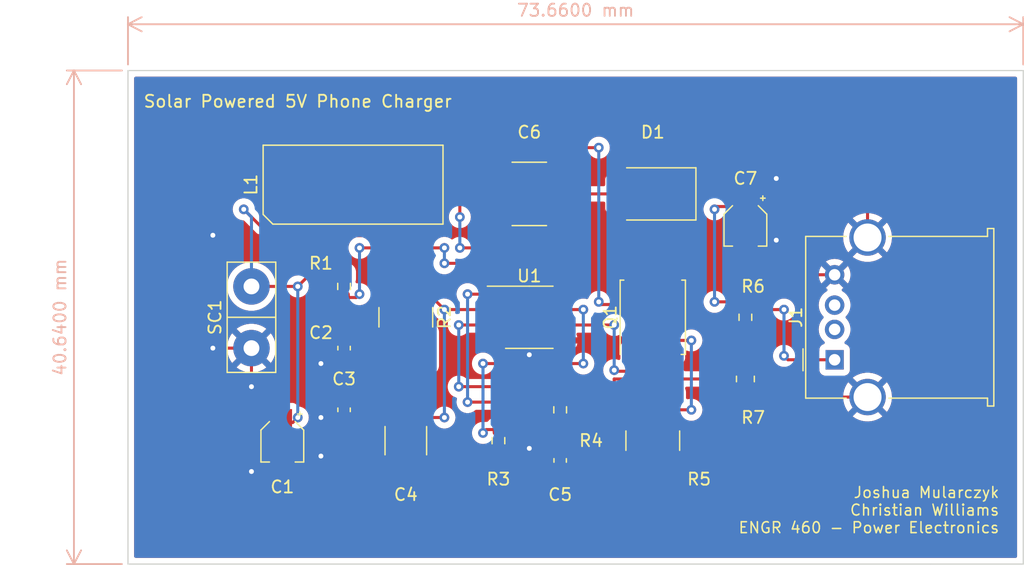
<source format=kicad_pcb>
(kicad_pcb (version 20211014) (generator pcbnew)
  (layers (0 "F.Cu" signal) (31 "B.Cu" signal) (34 "B.Paste" user) (35 "F.Paste" user) (36 "B.SilkS" user "B.Silkscreen") (37 "F.SilkS" user "F.Silkscreen") (38 "B.Mask" user) (39 "F.Mask" user) (44 "Edge.Cuts" user))
  (net 0 "")
  (net 1 "Net-(C4-Pad1)")
  (net 2 "Net-(C3-Pad1)")
  (net 3 "Net-(C5-Pad1)")
  (net 4 "GND")
  (net 5 "Net-(C1-Pad1)")
  (net 6 "Net-(C2-Pad1)")
  (net 7 "Net-(R3-Pad1)")
  (net 8 "Net-(R4-Pad1)")
  (net 9 "Net-(C7-Pad1)")
  (net 10 "Net-(R6-Pad2)")
  (net 11 "Net-(Q1-Pad4)")
  (net 12 "Net-(C6-Pad1)")
  (net 13 "Net-(C6-Pad2)")
  (footprint "SolarChargelibrary:SIP-2" (layer "F.Cu") (at 104.14 71.12 -90)
    (fp_text reference "SC1" (at 0 3 90) (layer "F.SilkS"))
    (fp_text value "Solar_Cell")
    (fp_line (start 4.54 -2) (end 4.54 2) (layer "F.SilkS") (width 0.12))
    (fp_line (start 0 -2) (end 0 2) (layer "F.SilkS") (width 0.12))
    (fp_line (start -4.54 -2) (end 4.54 -2) (layer "F.SilkS") (width 0.12))
    (fp_line (start -4.54 2) (end -4.54 -2) (layer "F.SilkS") (width 0.12))
    (fp_line (start 4.54 2) (end -4.54 2) (layer "F.SilkS") (width 0.12))
    (pad "1" thru_hole circle (at -2.54 0 270) (size 3 3) (drill 1.3) (layers *.Cu *.Mask) (net 5 "Net-(C1-Pad1)"))
    (pad "2" thru_hole circle (at 2.54 0 270) (size 3 3) (drill 1.3) (layers *.Cu *.Mask) (net 4 "GND"))
  )
  (footprint "Diode_SMD:D_SMB" (layer "F.Cu") (at 137.16 60.96 180)
    (fp_text reference "D1" (at 0 5.08) (layer "F.SilkS"))
    (fp_text value "B230")
    (fp_line (start -3.55 2.15) (end 2.15 2.15) (layer "F.SilkS") (width 0.12))
    (fp_line (start -3.55 -2.15) (end -3.55 2.15) (layer "F.SilkS") (width 0.12))
    (fp_line (start -3.55 -2.15) (end 2.15 -2.15) (layer "F.SilkS") (width 0.12))
    (pad "1" smd rect (at -2.15 0 180) (size 2.5 2.3) (layers "F.Cu" "F.Paste" "F.Mask") (net 9 "Net-(C7-Pad1)"))
    (pad "2" smd rect (at 2.15 0 180) (size 2.5 2.3) (layers "F.Cu" "F.Paste" "F.Mask") (net 13 "Net-(C6-Pad2)"))
  )
  (footprint "Package_SO:SOIC-8_3.9x4.9mm_P1.27mm" (layer "F.Cu") (at 127 71.12)
    (fp_text reference "U1" (at 0 -3.4) (layer "F.SilkS"))
    (fp_text value "LM3478MA_NOPB")
    (fp_line (start 0 2.56) (end 1.95 2.56) (layer "F.SilkS") (width 0.12))
    (fp_line (start 0 2.56) (end -1.95 2.56) (layer "F.SilkS") (width 0.12))
    (fp_line (start 0 -2.56) (end -3.45 -2.56) (layer "F.SilkS") (width 0.12))
    (fp_line (start 0 -2.56) (end 1.95 -2.56) (layer "F.SilkS") (width 0.12))
    (pad "1" smd roundrect (at -2.475 -1.905) (size 1.95 0.6) (layers "F.Cu" "F.Paste" "F.Mask") (net 8 "Net-(R4-Pad1)"))
    (pad "2" smd roundrect (at -2.475 -0.635) (size 1.95 0.6) (layers "F.Cu" "F.Paste" "F.Mask") (net 1 "Net-(C4-Pad1)"))
    (pad "3" smd roundrect (at -2.475 0.635) (size 1.95 0.6) (layers "F.Cu" "F.Paste" "F.Mask") (net 10 "Net-(R6-Pad2)"))
    (pad "4" smd roundrect (at -2.475 1.905) (size 1.95 0.6) (layers "F.Cu" "F.Paste" "F.Mask") (net 4 "GND"))
    (pad "5" smd roundrect (at 2.475 1.905) (size 1.95 0.6) (layers "F.Cu" "F.Paste" "F.Mask") (net 4 "GND"))
    (pad "6" smd roundrect (at 2.475 0.635) (size 1.95 0.6) (layers "F.Cu" "F.Paste" "F.Mask") (net 11 "Net-(Q1-Pad4)"))
    (pad "7" smd roundrect (at 2.475 -0.635) (size 1.95 0.6) (layers "F.Cu" "F.Paste" "F.Mask") (net 7 "Net-(R3-Pad1)"))
    (pad "8" smd roundrect (at 2.475 -1.905) (size 1.95 0.6) (layers "F.Cu" "F.Paste" "F.Mask") (net 6 "Net-(C2-Pad1)"))
  )
  (footprint "SolarChargelibrary:DRQ" (layer "F.Cu") (at 112.5 60.2)
    (fp_text reference "L1" (at -8.4 0 90) (layer "F.SilkS"))
    (fp_text value "10u")
    (fp_line (start -6.6 3.25) (end -7.4 2.45) (layer "F.SilkS") (width 0.12))
    (fp_line (start 7.4 -3.25) (end 7.4 3.25) (layer "F.SilkS") (width 0.12))
    (fp_line (start -7.4 2.45) (end -7.4 -3.25) (layer "F.SilkS") (width 0.12))
    (fp_line (start 7.4 3.25) (end -6.6 3.25) (layer "F.SilkS") (width 0.12))
    (fp_line (start -7.4 -3.25) (end 7.4 -3.25) (layer "F.SilkS") (width 0.12))
    (pad "1" smd rect (at -4.975 1.5) (size 3.85 2.5) (layers "F.Cu" "F.Paste" "F.Mask") (net 12 "Net-(C6-Pad1)"))
    (pad "2" smd rect (at -4.975 -1.5) (size 3.85 2.5) (layers "F.Cu" "F.Paste" "F.Mask") (net 13 "Net-(C6-Pad2)"))
    (pad "3" smd rect (at 4.975 -1.5) (size 3.85 2.5) (layers "F.Cu" "F.Paste" "F.Mask") (net 5 "Net-(C1-Pad1)"))
    (pad "4" smd rect (at 4.975 1.5) (size 3.85 2.5) (layers "F.Cu" "F.Paste" "F.Mask") (net 4 "GND"))
  )
  (footprint "Resistor_SMD:R_2816_7142Metric_Pad3.20x4.45mm_HandSolder" (layer "F.Cu") (at 116.84 71.12 -90)
    (fp_text reference "R2" (at 0 -3.18 90) (layer "F.SilkS"))
    (fp_text value "909")
    (fp_line (start -0.797369 -2.21) (end 0.797369 -2.21) (layer "F.SilkS") (width 0.12))
    (fp_line (start -0.797369 2.21) (end 0.797369 2.21) (layer "F.SilkS") (width 0.12))
    (pad "1" smd roundrect (at -2.6 0 270) (size 3.2 4.45) (layers "F.Cu" "F.Paste" "F.Mask") (roundrect_rratio 0.078125) (net 1 "Net-(C4-Pad1)"))
    (pad "2" smd roundrect (at 2.6 0 270) (size 3.2 4.45) (layers "F.Cu" "F.Paste" "F.Mask") (roundrect_rratio 0.078125) (net 2 "Net-(C3-Pad1)"))
  )
  (footprint "Resistor_SMD:R_0603_1608Metric_Pad0.98x0.95mm_HandSolder" (layer "F.Cu") (at 124.46 81.28 -90)
    (fp_text reference "R3" (at 3.175 0 180) (layer "F.SilkS"))
    (fp_text value "51.1k")
    (fp_line (start -0.254724 0.5225) (end 0.254724 0.5225) (layer "F.SilkS") (width 0.12))
    (fp_line (start -0.254724 -0.5225) (end 0.254724 -0.5225) (layer "F.SilkS") (width 0.12))
    (pad "1" smd roundrect (at -0.9125 0 270) (size 0.975 0.95) (layers "F.Cu" "F.Paste" "F.Mask") (net 7 "Net-(R3-Pad1)"))
    (pad "2" smd roundrect (at 0.9125 0 270) (size 0.975 0.95) (layers "F.Cu" "F.Paste" "F.Mask") (net 4 "GND"))
  )
  (footprint "Capacitor_SMD:C_2220_5650Metric_Pad1.97x5.40mm_HandSolder" (layer "F.Cu") (at 127 60.96)
    (fp_text reference "C6" (at 0 -5.08) (layer "F.SilkS"))
    (fp_text value "1u")
    (fp_line (start -1.415748 2.61) (end 1.415748 2.61) (layer "F.SilkS") (width 0.12))
    (fp_line (start -1.415748 -2.61) (end 1.415748 -2.61) (layer "F.SilkS") (width 0.12))
    (pad "1" smd roundrect (at -2.6375 0) (size 1.975 5.4) (layers "F.Cu" "F.Paste" "F.Mask") (roundrect_rratio 0.1265817722) (net 12 "Net-(C6-Pad1)"))
    (pad "2" smd roundrect (at 2.6375 0) (size 1.975 5.4) (layers "F.Cu" "F.Paste" "F.Mask") (roundrect_rratio 0.1265817722) (net 13 "Net-(C6-Pad2)"))
  )
  (footprint "Resistor_SMD:R_0603_1608Metric_Pad0.98x0.95mm_HandSolder" (layer "F.Cu") (at 129.54 78.74 -90)
    (fp_text reference "R4" (at 2.54 -2.54 180) (layer "F.SilkS"))
    (fp_text value "100")
    (fp_line (start -0.254724 -0.5225) (end 0.254724 -0.5225) (layer "F.SilkS") (width 0.12))
    (fp_line (start -0.254724 0.5225) (end 0.254724 0.5225) (layer "F.SilkS") (width 0.12))
    (pad "1" smd roundrect (at -0.9125 0 270) (size 0.975 0.95) (layers "F.Cu" "F.Paste" "F.Mask") (net 8 "Net-(R4-Pad1)"))
    (pad "2" smd roundrect (at 0.9125 0 270) (size 0.975 0.95) (layers "F.Cu" "F.Paste" "F.Mask") (net 3 "Net-(C5-Pad1)"))
  )
  (footprint "Capacitor_SMD:C_0603_1608Metric_Pad1.08x0.95mm_HandSolder" (layer "F.Cu") (at 111.76 78.74 -90)
    (fp_text reference "C3" (at -2.54 0 180) (layer "F.SilkS"))
    (fp_text value "82n")
    (fp_line (start -0.146267 0.51) (end 0.146267 0.51) (layer "F.SilkS") (width 0.12))
    (fp_line (start -0.146267 -0.51) (end 0.146267 -0.51) (layer "F.SilkS") (width 0.12))
    (pad "1" smd roundrect (at -0.8625 0 270) (size 1.075 0.95) (layers "F.Cu" "F.Paste" "F.Mask") (net 2 "Net-(C3-Pad1)"))
    (pad "2" smd roundrect (at 0.8625 0 270) (size 1.075 0.95) (layers "F.Cu" "F.Paste" "F.Mask") (net 4 "GND"))
  )
  (footprint "Capacitor_SMD:C_0603_1608Metric_Pad1.08x0.95mm_HandSolder" (layer "F.Cu") (at 111.76 73.66 -90)
    (fp_text reference "C2" (at -1.27 1.905 180) (layer "F.SilkS"))
    (fp_text value "100n")
    (fp_line (start -0.146267 -0.51) (end 0.146267 -0.51) (layer "F.SilkS") (width 0.12))
    (fp_line (start -0.146267 0.51) (end 0.146267 0.51) (layer "F.SilkS") (width 0.12))
    (pad "1" smd roundrect (at -0.8625 0 270) (size 1.075 0.95) (layers "F.Cu" "F.Paste" "F.Mask") (net 6 "Net-(C2-Pad1)"))
    (pad "2" smd roundrect (at 0.8625 0 270) (size 1.075 0.95) (layers "F.Cu" "F.Paste" "F.Mask") (net 4 "GND"))
  )
  (footprint "Resistor_SMD:R_0603_1608Metric_Pad0.98x0.95mm_HandSolder" (layer "F.Cu") (at 111.76 68.58 -90)
    (fp_text reference "R1" (at -1.905 1.905 180) (layer "F.SilkS"))
    (fp_text value "20")
    (fp_line (start -0.254724 0.5225) (end 0.254724 0.5225) (layer "F.SilkS") (width 0.12))
    (fp_line (start -0.254724 -0.5225) (end 0.254724 -0.5225) (layer "F.SilkS") (width 0.12))
    (pad "1" smd roundrect (at -0.9125 0 270) (size 0.975 0.95) (layers "F.Cu" "F.Paste" "F.Mask") (net 5 "Net-(C1-Pad1)"))
    (pad "2" smd roundrect (at 0.9125 0 270) (size 0.975 0.95) (layers "F.Cu" "F.Paste" "F.Mask") (net 6 "Net-(C2-Pad1)"))
  )
  (footprint "Resistor_SMD:R_0603_1608Metric_Pad0.98x0.95mm_HandSolder" (layer "F.Cu") (at 144.78 71.12 -90)
    (fp_text reference "R6" (at -2.54 -0.635 180) (layer "F.SilkS"))
    (fp_text value "29.4k")
    (fp_line (start -0.254724 0.5225) (end 0.254724 0.5225) (layer "F.SilkS") (width 0.12))
    (fp_line (start -0.254724 -0.5225) (end 0.254724 -0.5225) (layer "F.SilkS") (width 0.12))
    (pad "1" smd roundrect (at -0.9125 0 270) (size 0.975 0.95) (layers "F.Cu" "F.Paste" "F.Mask") (net 9 "Net-(C7-Pad1)"))
    (pad "2" smd roundrect (at 0.9125 0 270) (size 0.975 0.95) (layers "F.Cu" "F.Paste" "F.Mask") (net 10 "Net-(R6-Pad2)"))
  )
  (footprint "Capacitor_SMD:CP_Elec_3x5.3" (layer "F.Cu") (at 106.68 81.28 -90)
    (fp_text reference "C1" (at 3.81 0 180) (layer "F.SilkS"))
    (fp_text value "10u")
    (fp_line (start -1.570563 -1.06) (end -0.870563 -1.76) (layer "F.SilkS") (width 0.12))
    (fp_line (start 1.76 1.76) (end 1.76 1.06) (layer "F.SilkS") (width 0.12))
    (fp_line (start -2.1875 -1.6225) (end -2.1875 -1.2475) (layer "F.SilkS") (width 0.12))
    (fp_line (start -1.570563 1.06) (end -0.870563 1.76) (layer "F.SilkS") (width 0.12))
    (fp_line (start -0.870563 1.76) (end 1.76 1.76) (layer "F.SilkS") (width 0.12))
    (fp_line (start -0.870563 -1.76) (end 1.76 -1.76) (layer "F.SilkS") (width 0.12))
    (fp_line (start 1.76 -1.76) (end 1.76 -1.06) (layer "F.SilkS") (width 0.12))
    (fp_line (start -2.375 -1.435) (end -2 -1.435) (layer "F.SilkS") (width 0.12))
    (pad "1" smd rect (at -1.5 0 270) (size 2.2 1.6) (layers "F.Cu" "F.Paste" "F.Mask") (net 5 "Net-(C1-Pad1)"))
    (pad "2" smd rect (at 1.5 0 270) (size 2.2 1.6) (layers "F.Cu" "F.Paste" "F.Mask") (net 4 "GND"))
  )
  (footprint "Resistor_SMD:R_0805_2012Metric" (layer "F.Cu") (at 144.78 76.2 -90)
    (fp_text reference "R7" (at 3.175 -0.635 180) (layer "F.SilkS"))
    (fp_text value "10k")
    (fp_line (start -0.227064 0.735) (end 0.227064 0.735) (layer "F.SilkS") (width 0.12))
    (fp_line (start -0.227064 -0.735) (end 0.227064 -0.735) (layer "F.SilkS") (width 0.12))
    (pad "1" smd roundrect (at -0.9125 0 270) (size 1.025 1.4) (layers "F.Cu" "F.Paste" "F.Mask") (roundrect_rratio 0.243902439) (net 10 "Net-(R6-Pad2)"))
    (pad "2" smd roundrect (at 0.9125 0 270) (size 1.025 1.4) (layers "F.Cu" "F.Paste" "F.Mask") (roundrect_rratio 0.243902439) (net 4 "GND"))
  )
  (footprint "Package_TO_SOT_SMD:TDSON-8-1" (layer "F.Cu") (at 137.16 71.12 90)
    (fp_text reference "Q1" (at 0 -3.5 90) (layer "F.SilkS"))
    (fp_text value "CSD17553Q5A")
    (fp_line (start -3.06 2.335) (end -3.06 2.685) (layer "F.SilkS") (width 0.12))
    (fp_line (start 3.06 2.685) (end -3.06 2.685) (layer "F.SilkS") (width 0.12))
    (fp_line (start 3.06 -2.385) (end 3.06 -2.685) (layer "F.SilkS") (width 0.12))
    (fp_line (start 3.06 -2.685) (end -3.06 -2.685) (layer "F.SilkS") (width 0.12))
    (fp_line (start 3.06 2.385) (end 3.06 2.685) (layer "F.SilkS") (width 0.12))
    (pad "1" smd rect (at -2.9 -1.905 90) (size 0.85 0.5) (layers "F.Cu" "F.Paste" "F.Mask") (net 3 "Net-(C5-Pad1)"))
    (pad "2" smd rect (at -2.9 -0.635 90) (size 0.85 0.5) (layers "F.Cu" "F.Paste" "F.Mask") (net 3 "Net-(C5-Pad1)"))
    (pad "3" smd rect (at -2.9 0.635 90) (size 0.85 0.5) (layers "F.Cu" "F.Paste" "F.Mask") (net 3 "Net-(C5-Pad1)"))
    (pad "4" smd rect (at -2.9 1.905 90) (size 0.85 0.5) (layers "F.Cu" "F.Paste" "F.Mask") (net 11 "Net-(Q1-Pad4)"))
    (pad "5" smd rect (at 1.05 0 90) (size 4.55 4.41) (layers "F.Cu") (net 12 "Net-(C6-Pad1)"))
  )
  (footprint "Connector_USB:USB_A_Molex_67643_Horizontal" (layer "F.Cu") (at 152.12 74.62 90)
    (fp_text reference "J1" (at 3.5 -3.19 90) (layer "F.SilkS"))
    (fp_text value "USB_A")
    (fp_line (start 10.81 13.1) (end 10.81 12.58) (layer "F.SilkS") (width 0.12))
    (fp_line (start 10.81 12.58) (end 10.16 12.58) (layer "F.SilkS") (width 0.12))
    (fp_line (start -3.16 12.58) (end -3.81 12.58) (layer "F.SilkS") (width 0.12))
    (fp_line (start 10.16 -2.38) (end 10.16 0.95) (layer "F.SilkS") (width 0.12))
    (fp_line (start 10.16 4.47) (end 10.16 12.58) (layer "F.SilkS") (width 0.12))
    (fp_line (start -3.16 -2.38) (end 10.16 -2.38) (layer "F.SilkS") (width 0.12))
    (fp_line (start -0.9 -2.6) (end 0.9 -2.6) (layer "F.SilkS") (width 0.12))
    (fp_line (start -3.16 12.58) (end -3.16 4.47) (layer "F.SilkS") (width 0.12))
    (fp_line (start -3.16 -2.38) (end -3.16 0.95) (layer "F.SilkS") (width 0.12))
    (fp_line (start -3.81 13.1) (end 10.81 13.1) (layer "F.SilkS") (width 0.12))
    (fp_line (start -3.81 12.58) (end -3.81 13.1) (layer "F.SilkS") (width 0.12))
    (pad "1" thru_hole rect (at 0 0 90) (size 1.6 1.5) (drill 0.95) (layers *.Cu *.Mask) (net 9 "Net-(C7-Pad1)"))
    (pad "2" thru_hole circle (at 2.5 0 90) (size 1.6 1.6) (drill 0.95) (layers *.Cu *.Mask))
    (pad "3" thru_hole circle (at 4.5 0 90) (size 1.6 1.6) (drill 0.95) (layers *.Cu *.Mask))
    (pad "4" thru_hole circle (at 7 0 90) (size 1.6 1.6) (drill 0.95) (layers *.Cu *.Mask) (net 4 "GND"))
    (pad "5" thru_hole circle (at 10.07 2.71 90) (size 3 3) (drill 2.3) (layers *.Cu *.Mask) (net 4 "GND"))
    (pad "5" thru_hole circle (at -3.07 2.71 90) (size 3 3) (drill 2.3) (layers *.Cu *.Mask) (net 4 "GND"))
  )
  (footprint "Capacitor_SMD:CP_Elec_3x5.3" (layer "F.Cu") (at 144.78 63.5 -90)
    (fp_text reference "C7" (at -3.81 0 180) (layer "F.SilkS"))
    (fp_text value "47u")
    (fp_line (start -2.1875 -1.6225) (end -2.1875 -1.2475) (layer "F.SilkS") (width 0.12))
    (fp_line (start -0.870563 -1.76) (end 1.76 -1.76) (layer "F.SilkS") (width 0.12))
    (fp_line (start 1.76 -1.76) (end 1.76 -1.06) (layer "F.SilkS") (width 0.12))
    (fp_line (start -2.375 -1.435) (end -2 -1.435) (layer "F.SilkS") (width 0.12))
    (fp_line (start -1.570563 -1.06) (end -0.870563 -1.76) (layer "F.SilkS") (width 0.12))
    (fp_line (start -1.570563 1.06) (end -0.870563 1.76) (layer "F.SilkS") (width 0.12))
    (fp_line (start 1.76 1.76) (end 1.76 1.06) (layer "F.SilkS") (width 0.12))
    (fp_line (start -0.870563 1.76) (end 1.76 1.76) (layer "F.SilkS") (width 0.12))
    (pad "1" smd rect (at -1.5 0 270) (size 2.2 1.6) (layers "F.Cu" "F.Paste" "F.Mask") (net 9 "Net-(C7-Pad1)"))
    (pad "2" smd rect (at 1.5 0 270) (size 2.2 1.6) (layers "F.Cu" "F.Paste" "F.Mask") (net 4 "GND"))
  )
  (footprint "Capacitor_SMD:C_0603_1608Metric_Pad1.08x0.95mm_HandSolder" (layer "F.Cu") (at 129.54 82.9075 -90)
    (fp_text reference "C5" (at 2.8175 0 180) (layer "F.SilkS"))
    (fp_text value "1n")
    (fp_line (start -0.146267 0.51) (end 0.146267 0.51) (layer "F.SilkS") (width 0.12))
    (fp_line (start -0.146267 -0.51) (end 0.146267 -0.51) (layer "F.SilkS") (width 0.12))
    (pad "1" smd roundrect (at -0.8625 0 270) (size 1.075 0.95) (layers "F.Cu" "F.Paste" "F.Mask") (net 3 "Net-(C5-Pad1)"))
    (pad "2" smd roundrect (at 0.8625 0 270) (size 1.075 0.95) (layers "F.Cu" "F.Paste" "F.Mask") (net 4 "GND"))
  )
  (footprint "Capacitor_SMD:C_1812_4532Metric_Pad1.57x3.40mm_HandSolder" (layer "F.Cu") (at 116.84 81.28 -90)
    (fp_text reference "C4" (at 4.445 0 180) (layer "F.SilkS"))
    (fp_text value "200p")
    (fp_line (start -1.161252 1.71) (end 1.161252 1.71) (layer "F.SilkS") (width 0.12))
    (fp_line (start -1.161252 -1.71) (end 1.161252 -1.71) (layer "F.SilkS") (width 0.12))
    (pad "1" smd roundrect (at -2.1375 0 270) (size 1.575 3.4) (layers "F.Cu" "F.Paste" "F.Mask") (roundrect_rratio 0.1587301587) (net 1 "Net-(C4-Pad1)"))
    (pad "2" smd roundrect (at 2.1375 0 270) (size 1.575 3.4) (layers "F.Cu" "F.Paste" "F.Mask") (roundrect_rratio 0.1587301587) (net 4 "GND"))
  )
  (footprint "Resistor_SMD:R_2816_7142Metric_Pad3.20x4.45mm_HandSolder" (layer "F.Cu") (at 137.16 81.28 -90)
    (fp_text reference "R5" (at 3.175 -3.81 180) (layer "F.SilkS"))
    (fp_text value "25m")
    (fp_line (start -0.797369 -2.21) (end 0.797369 -2.21) (layer "F.SilkS") (width 0.12))
    (fp_line (start -0.797369 2.21) (end 0.797369 2.21) (layer "F.SilkS") (width 0.12))
    (pad "1" smd roundrect (at -2.6 0 270) (size 3.2 4.45) (layers "F.Cu" "F.Paste" "F.Mask") (roundrect_rratio 0.078125) (net 3 "Net-(C5-Pad1)"))
    (pad "2" smd roundrect (at 2.6 0 270) (size 3.2 4.45) (layers "F.Cu" "F.Paste" "F.Mask") (roundrect_rratio 0.078125) (net 4 "GND"))
  )
  (gr_line (start 93.98 91.44) (end 160.02 91.44) (layer "Edge.Cuts") (width 0.1))
  (gr_line (start 93.98 50.8) (end 93.98 91.44) (layer "Edge.Cuts") (width 0.1))
  (gr_line (start 160.02 50.8) (end 93.98 50.8) (layer "Edge.Cuts") (width 0.1))
  (gr_line (start 167.64 91.44) (end 167.64 50.8) (layer "Edge.Cuts") (width 0.1))
  (gr_line (start 167.64 50.8) (end 160.02 50.8) (layer "Edge.Cuts") (width 0.1))
  (gr_line (start 160.02 91.44) (end 167.64 91.44) (layer "Edge.Cuts") (width 0.1))
  (gr_text "Solar Powered 5V Phone Charger" (at 107.95 53.34) (layer "F.SilkS") (effects (font (size 1 1))))
  (gr_text "Joshua Mularczyk\nChristian Williams\nENGR 460 - Power Electronics" (at 165.735 86.995) (layer "F.SilkS") (effects (font (size 0.9 0.9) (thickness 0.125)) (justify right)))
  (dimension (type aligned) (layer "B.SilkS") (pts (xy 93.98 91.44) (xy 93.98 50.8)) (height -4.445) (gr_text "40.6400 mm" (at 88.385 71.12 90) (layer "B.SilkS") (effects (font (size 1 1) (thickness 0.15)))) (format (units 3) (units_format 1) (precision 4)) (style (thickness 0.15) (arrow_length 1.27) (text_position_mode 0) (extension_height 0.58642) (extension_offset 0.5) keep_text_aligned))
  (dimension (type aligned) (layer "B.SilkS") (pts (xy 93.98 50.8) (xy 167.64 50.8)) (height -3.81) (gr_text "73.6600 mm" (at 130.81 45.84) (layer "B.SilkS") (effects (font (size 1 1) (thickness 0.15)))) (format (units 3) (units_format 1) (precision 4)) (style (thickness 0.15) (arrow_length 1.27) (text_position_mode 0) (extension_height 0.58642) (extension_offset 0.5) keep_text_aligned))
  (segment (start 120.015 70.485) (end 118.05 68.52) (width 0.25) (layer "F.Cu") (net 1))
  (segment (start 117.0725 79.375) (end 120.015 79.375) (width 0.25) (layer "F.Cu") (net 1))
  (segment (start 120.015 70.485) (end 124.525 70.485) (width 0.25) (layer "F.Cu") (net 1))
  (segment (start 116.84 79.1425) (end 117.0725 79.375) (width 0.25) (layer "F.Cu") (net 1))
  (segment (start 118.05 68.52) (end 116.84 68.52) (width 0.25) (layer "F.Cu") (net 1))
  (via (at 120.015 70.485) (size 0.8) (drill 0.4) (layers "F.Cu" "B.Cu") (net 1))
  (via (at 120.015 79.375) (size 0.8) (drill 0.4) (layers "F.Cu" "B.Cu") (net 1))
  (segment (start 120.015 79.375) (end 120.015 70.485) (width 0.25) (layer "B.Cu") (net 1))
  (segment (start 116.4325 77.8775) (end 116.84 77.47) (width 0.25) (layer "F.Cu") (net 2))
  (segment (start 111.76 77.8775) (end 116.4325 77.8775) (width 0.25) (layer "F.Cu") (net 2))
  (segment (start 116.84 77.47) (end 116.84 73.72) (width 0.25) (layer "F.Cu") (net 2))
  (segment (start 137.1 78.74) (end 130.81 78.74) (width 0.25) (layer "F.Cu") (net 3))
  (segment (start 136.525 73.025) (end 136.525 74.02) (width 0.25) (layer "F.Cu") (net 3))
  (segment (start 136.525 74.02) (end 135.255 74.02) (width 0.25) (layer "F.Cu") (net 3))
  (segment (start 137.16 78.68) (end 137.1 78.74) (width 0.25) (layer "F.Cu") (net 3))
  (segment (start 140.335 73.025) (end 136.525 73.025) (width 0.25) (layer "F.Cu") (net 3))
  (segment (start 130.81 80.01) (end 129.8975 80.01) (width 0.25) (layer "F.Cu") (net 3))
  (segment (start 137.16 78.68) (end 137.22 78.74) (width 0.25) (layer "F.Cu") (net 3))
  (segment (start 129.8975 80.01) (end 129.54 79.6525) (width 0.25) (layer "F.Cu") (net 3))
  (segment (start 129.54 79.6525) (end 129.54 82.045) (width 0.25) (layer "F.Cu") (net 3))
  (segment (start 130.81 78.74) (end 130.81 80.01) (width 0.25) (layer "F.Cu") (net 3))
  (segment (start 137.22 78.74) (end 140.335 78.74) (width 0.25) (layer "F.Cu") (net 3))
  (segment (start 137.795 74.02) (end 136.525 74.02) (width 0.25) (layer "F.Cu") (net 3))
  (via (at 140.335 78.74) (size 0.8) (drill 0.4) (layers "F.Cu" "B.Cu") (net 3))
  (via (at 140.335 73.025) (size 0.8) (drill 0.4) (layers "F.Cu" "B.Cu") (net 3))
  (segment (start 140.335 78.74) (end 140.335 73.025) (width 0.25) (layer "B.Cu") (net 3))
  (segment (start 154.83 77.69) (end 145.3575 77.69) (width 0.25) (layer "F.Cu") (net 4))
  (segment (start 110.2625 74.5225) (end 109.855 74.93) (width 0.25) (layer "F.Cu") (net 4))
  (segment (start 154.94 59.69) (end 154.83 59.8) (width 0.25) (layer "F.Cu") (net 4))
  (segment (start 109.855 79.375) (end 111.5325 79.375) (width 0.25) (layer "F.Cu") (net 4))
  (segment (start 117.475 61.7) (end 116 61.7) (width 0.25) (layer "F.Cu") (net 4))
  (segment (start 137.16 83.88) (end 138.0125 83.88) (width 0.25) (layer "F.Cu") (net 4))
  (segment (start 152.12 67.62) (end 150.17 67.62) (width 0.25) (layer "F.Cu") (net 4))
  (segment (start 154.83 64.55) (end 156.845 66.565) (width 0.25) (layer "F.Cu") (net 4))
  (segment (start 154.83 59.8) (end 154.83 64.55) (width 0.25) (layer "F.Cu") (net 4))
  (segment (start 106.68 82.78) (end 109.625 82.78) (width 0.25) (layer "F.Cu") (net 4))
  (segment (start 129.54 73.09) (end 129.475 73.025) (width 0.25) (layer "F.Cu") (net 4))
  (segment (start 123.235 83.4175) (end 124.46 82.1925) (width 0.25) (layer "F.Cu") (net 4))
  (segment (start 156.845 66.565) (end 156.845 75.675) (width 0.25) (layer "F.Cu") (net 4))
  (segment (start 124.46 74.295) (end 127 74.295) (width 0.25) (layer "F.Cu") (net 4))
  (segment (start 137.05 83.77) (end 137.16 83.88) (width 0.25) (layer "F.Cu") (net 4))
  (segment (start 129.54 83.77) (end 137.05 83.77) (width 0.25) (layer "F.Cu") (net 4))
  (segment (start 145.3575 77.69) (end 144.78 77.1125) (width 0.25) (layer "F.Cu") (net 4))
  (segment (start 127 74.295) (end 127 74.2055) (width 0.25) (layer "F.Cu") (net 4))
  (segment (start 111.5325 79.375) (end 111.76 79.6025) (width 0.25) (layer "F.Cu") (net 4))
  (segment (start 100.965 73.66) (end 104.14 73.66) (width 0.25) (layer "F.Cu") (net 4))
  (segment (start 127 74.295) (end 129.54 74.295) (width 0.25) (layer "F.Cu") (net 4))
  (segment (start 111.76 83.185) (end 111.9925 83.4175) (width 0.25) (layer "F.Cu") (net 4))
  (segment (start 116.84 83.4175) (end 123.235 83.4175) (width 0.25) (layer "F.Cu") (net 4))
  (segment (start 113.3 64.4) (end 101 64.4) (width 0.25) (layer "F.Cu") (net 4))
  (segment (start 109.625 82.78) (end 109.855 82.55) (width 0.25) (layer "F.Cu") (net 4))
  (segment (start 126.0375 83.77) (end 124.46 82.1925) (width 0.25) (layer "F.Cu") (net 4))
  (segment (start 129.54 83.77) (end 126.0375 83.77) (width 0.25) (layer "F.Cu") (net 4))
  (segment (start 111.76 79.6025) (end 111.76 83.185) (width 0.25) (layer "F.Cu") (net 4))
  (segment (start 106.68 83.82) (end 106.68 82.78) (width 0.25) (layer "F.Cu") (net 4))
  (segment (start 150.17 67.62) (end 147.32 64.77) (width 0.25) (layer "F.Cu") (net 4))
  (segment (start 104.14 76.835) (end 104.14 73.66) (width 0.25) (layer "F.Cu") (net 4))
  (segment (start 156.845 75.675) (end 154.83 77.69) (width 0.25) (layer "F.Cu") (net 4))
  (segment (start 124.525 73.025) (end 124.525 74.23) (width 0.25) (layer "F.Cu") (net 4))
  (segment (start 124.7375 81.915) (end 124.46 82.1925) (width 0.25) (layer "F.Cu") (net 4))
  (segment (start 138.0125 83.88) (end 144.78 77.1125) (width 0.25) (layer "F.Cu") (net 4))
  (segment (start 147.09 65) (end 147.32 64.77) (width 0.25) (layer "F.Cu") (net 4))
  (segment (start 111.76 74.5225) (end 110.2625 74.5225) (width 0.25) (layer "F.Cu") (net 4))
  (segment (start 116 61.7) (end 113.3 64.4) (width 0.25) (layer "F.Cu") (net 4))
  (segment (start 124.525 74.23) (end 124.46 74.295) (width 0.25) (layer "F.Cu") (net 4))
  (segment (start 101 64.4) (end 100.965 64.365) (width 0.25) (layer "F.Cu") (net 4))
  (segment (start 111.9925 83.4175) (end 116.84 83.4175) (width 0.25) (layer "F.Cu") (net 4))
  (segment (start 127 81.915) (end 124.7375 81.915) (width 0.25) (layer "F.Cu") (net 4))
  (segment (start 129.54 74.295) (end 129.54 73.09) (width 0.25) (layer "F.Cu") (net 4))
  (segment (start 104.14 83.82) (end 106.68 83.82) (width 0.25) (layer "F.Cu") (net 4))
  (segment (start 144.78 65) (end 147.09 65) (width 0.25) (layer "F.Cu") (net 4))
  (segment (start 147.32 59.69) (end 154.94 59.69) (width 0.25) (layer "F.Cu") (net 4))
  (via (at 127 81.915) (size 0.8) (drill 0.4) (layers "F.Cu" "B.Cu") (net 4))
  (via (at 100.965 64.365) (size 0.8) (drill 0.4) (layers "F.Cu" "B.Cu") (net 4))
  (via (at 127 74.2055) (size 0.8) (drill 0.4) (layers "F.Cu" "B.Cu") (net 4))
  (via (at 147.32 64.77) (size 0.8) (drill 0.4) (layers "F.Cu" "B.Cu") (net 4))
  (via (at 104.14 76.835) (size 0.8) (drill 0.4) (layers "F.Cu" "B.Cu") (net 4))
  (via (at 147.32 59.69) (size 0.8) (drill 0.4) (layers "F.Cu" "B.Cu") (net 4))
  (via (at 109.855 74.93) (size 0.8) (drill 0.4) (layers "F.Cu" "B.Cu") (net 4))
  (via (at 109.855 79.375) (size 0.8) (drill 0.4) (layers "F.Cu" "B.Cu") (net 4))
  (via (at 100.965 73.66) (size 0.8) (drill 0.4) (layers "F.Cu" "B.Cu") (net 4))
  (via (at 104.14 83.82) (size 0.8) (drill 0.4) (layers "F.Cu" "B.Cu") (net 4))
  (via (at 109.855 82.55) (size 0.8) (drill 0.4) (layers "F.Cu" "B.Cu") (net 4))
  (segment (start 147.32 64.77) (end 147.32 59.69) (width 0.25) (layer "B.Cu") (net 4))
  (segment (start 104.14 83.82) (end 104.14 76.835) (width 0.25) (layer "B.Cu") (net 4))
  (segment (start 127 74.2055) (end 127 81.915) (width 0.25) (layer "B.Cu") (net 4))
  (segment (start 109.855 82.55) (end 109.855 79.375) (width 0.25) (layer "B.Cu") (net 4))
  (segment (start 100.965 64.365) (end 100.965 73.66) (width 0.25) (layer "B.Cu") (net 4))
  (segment (start 109.855 74.93) (end 109.855 79.375) (width 0.25) (layer "B.Cu") (net 4))
  (segment (start 106.68 79.78) (end 107.545 79.78) (width 0.25) (layer "F.Cu") (net 5))
  (segment (start 108.8625 67.6675) (end 107.95 68.58) (width 0.25) (layer "F.Cu") (net 5))
  (segment (start 104.975 63.7) (end 103.505 62.23) (width 0.25) (layer "F.Cu") (net 5))
  (segment (start 113 58.7) (end 112.1 59.6) (width 0.25) (layer "F.Cu") (net 5))
  (segment (start 107.95 68.58) (end 104.14 68.58) (width 0.25) (layer "F.Cu") (net 5))
  (segment (start 117.475 58.7) (end 113 58.7) (width 0.25) (layer "F.Cu") (net 5))
  (segment (start 112.1 59.6) (end 112.1 63.7) (width 0.25) (layer "F.Cu") (net 5))
  (segment (start 111.76 67.6675) (end 108.8625 67.6675) (width 0.25) (layer "F.Cu") (net 5))
  (segment (start 112.1 63.7) (end 104.975 63.7) (width 0.25) (layer "F.Cu") (net 5))
  (segment (start 107.545 79.78) (end 107.95 79.375) (width 0.25) (layer "F.Cu") (net 5))
  (via (at 103.505 62.23) (size 0.8) (drill 0.4) (layers "F.Cu" "B.Cu") (net 5))
  (via (at 107.95 79.375) (size 0.8) (drill 0.4) (layers "F.Cu" "B.Cu") (net 5))
  (via (at 107.95 68.58) (size 0.8) (drill 0.4) (layers "F.Cu" "B.Cu") (net 5))
  (segment (start 107.95 79.375) (end 107.95 68.58) (width 0.25) (layer "B.Cu") (net 5))
  (segment (start 104.14 62.865) (end 104.14 68.58) (width 0.25) (layer "B.Cu") (net 5))
  (segment (start 103.505 62.23) (end 104.14 62.865) (width 0.25) (layer "B.Cu") (net 5))
  (segment (start 120.015 66.675) (end 129.54 66.675) (width 0.25) (layer "F.Cu") (net 6))
  (segment (start 111.76 69.4925) (end 111.76 72.7975) (width 0.25) (layer "F.Cu") (net 6))
  (segment (start 113.03 65.405) (end 120.015 65.405) (width 0.25) (layer "F.Cu") (net 6))
  (segment (start 112.7525 69.4925) (end 113.03 69.215) (width 0.25) (layer "F.Cu") (net 6))
  (segment (start 129.54 66.675) (end 129.54 69.15) (width 0.25) (layer "F.Cu") (net 6))
  (segment (start 111.76 69.4925) (end 112.7525 69.4925) (width 0.25) (layer "F.Cu") (net 6))
  (segment (start 129.54 69.15) (end 129.475 69.215) (width 0.25) (layer "F.Cu") (net 6))
  (via (at 120.015 65.405) (size 0.8) (drill 0.4) (layers "F.Cu" "B.Cu") (net 6))
  (via (at 113.03 69.215) (size 0.8) (drill 0.4) (layers "F.Cu" "B.Cu") (net 6))
  (via (at 120.015 66.675) (size 0.8) (drill 0.4) (layers "F.Cu" "B.Cu") (net 6))
  (via (at 113.03 65.405) (size 0.8) (drill 0.4) (layers "F.Cu" "B.Cu") (net 6))
  (segment (start 113.03 69.215) (end 113.03 65.405) (width 0.25) (layer "B.Cu") (net 6))
  (segment (start 120.015 65.405) (end 120.015 66.675) (width 0.25) (layer "B.Cu") (net 6))
  (segment (start 123.4675 80.3675) (end 123.19 80.645) (width 0.25) (layer "F.Cu") (net 7))
  (segment (start 123.19 74.93) (end 131.445 74.93) (width 0.25) (layer "F.Cu") (net 7))
  (segment (start 131.445 70.485) (end 129.475 70.485) (width 0.25) (layer "F.Cu") (net 7))
  (segment (start 124.46 80.3675) (end 123.4675 80.3675) (width 0.25) (layer "F.Cu") (net 7))
  (via (at 123.19 74.93) (size 0.8) (drill 0.4) (layers "F.Cu" "B.Cu") (net 7))
  (via (at 131.445 70.485) (size 0.8) (drill 0.4) (layers "F.Cu" "B.Cu") (net 7))
  (via (at 131.445 74.93) (size 0.8) (drill 0.4) (layers "F.Cu" "B.Cu") (net 7))
  (via (at 123.19 80.645) (size 0.8) (drill 0.4) (layers "F.Cu" "B.Cu") (net 7))
  (segment (start 131.445 74.93) (end 131.445 70.485) (width 0.25) (layer "B.Cu") (net 7))
  (segment (start 123.19 80.645) (end 123.19 74.93) (width 0.25) (layer "B.Cu") (net 7))
  (segment (start 124.525 69.215) (end 121.92 69.215) (width 0.25) (layer "F.Cu") (net 8))
  (segment (start 121.92 78.105) (end 129.2625 78.105) (width 0.25) (layer "F.Cu") (net 8))
  (segment (start 129.2625 78.105) (end 129.54 77.8275) (width 0.25) (layer "F.Cu") (net 8))
  (via (at 121.92 69.215) (size 0.8) (drill 0.4) (layers "F.Cu" "B.Cu") (net 8))
  (via (at 121.92 78.105) (size 0.8) (drill 0.4) (layers "F.Cu" "B.Cu") (net 8))
  (segment (start 121.92 69.215) (end 121.92 78.105) (width 0.25) (layer "B.Cu") (net 8))
  (segment (start 152.12 74.62) (end 148.28 74.62) (width 0.25) (layer "F.Cu") (net 9))
  (segment (start 142.47 62) (end 142.24 62.23) (width 0.25) (layer "F.Cu") (net 9))
  (segment (start 142.24 69.85) (end 144.4225 69.85) (width 0.25) (layer "F.Cu") (net 9))
  (segment (start 139.31 60.96) (end 143.74 60.96) (width 0.25) (layer "F.Cu") (net 9))
  (segment (start 144.78 62) (end 142.47 62) (width 0.25) (layer "F.Cu") (net 9))
  (segment (start 147.955 70.485) (end 145.0575 70.485) (width 0.25) (layer "F.Cu") (net 9))
  (segment (start 148.28 74.62) (end 147.955 74.295) (width 0.25) (layer "F.Cu") (net 9))
  (segment (start 145.0575 70.485) (end 144.78 70.2075) (width 0.25) (layer "F.Cu") (net 9))
  (segment (start 143.74 60.96) (end 144.78 62) (width 0.25) (layer "F.Cu") (net 9))
  (segment (start 144.4225 69.85) (end 144.78 70.2075) (width 0.25) (layer "F.Cu") (net 9))
  (via (at 142.24 62.23) (size 0.8) (drill 0.4) (layers "F.Cu" "B.Cu") (net 9))
  (via (at 147.955 70.485) (size 0.8) (drill 0.4) (layers "F.Cu" "B.Cu") (net 9))
  (via (at 142.24 69.85) (size 0.8) (drill 0.4) (layers "F.Cu" "B.Cu") (net 9))
  (via (at 147.955 74.295) (size 0.8) (drill 0.4) (layers "F.Cu" "B.Cu") (net 9))
  (segment (start 142.24 62.23) (end 142.24 69.85) (width 0.25) (layer "B.Cu") (net 9))
  (segment (start 147.955 74.295) (end 147.955 70.485) (width 0.25) (layer "B.Cu") (net 9))
  (segment (start 144.78 72.0325) (end 144.78 75.2875) (width 0.25) (layer "F.Cu") (net 10))
  (segment (start 133.985 76.2) (end 143.8675 76.2) (width 0.25) (layer "F.Cu") (net 10))
  (segment (start 133.985 76.835) (end 133.985 76.2) (width 0.25) (layer "F.Cu") (net 10))
  (segment (start 143.8675 76.2) (end 144.78 75.2875) (width 0.25) (layer "F.Cu") (net 10))
  (segment (start 121.1955 76.835) (end 133.985 76.835) (width 0.25) (layer "F.Cu") (net 10))
  (segment (start 124.525 71.755) (end 121.1955 71.755) (width 0.25) (layer "F.Cu") (net 10))
  (via (at 121.1955 71.755) (size 0.8) (drill 0.4) (layers "F.Cu" "B.Cu") (net 10))
  (via (at 121.1955 76.835) (size 0.8) (drill 0.4) (layers "F.Cu" "B.Cu") (net 10))
  (segment (start 121.1955 71.755) (end 121.1955 76.835) (width 0.25) (layer "B.Cu") (net 10))
  (segment (start 139.065 75.565) (end 139.065 74.02) (width 0.25) (layer "F.Cu") (net 11))
  (segment (start 134.0745 75.565) (end 139.065 75.565) (width 0.25) (layer "F.Cu") (net 11))
  (segment (start 133.985 75.4755) (end 134.0745 75.565) (width 0.25) (layer "F.Cu") (net 11))
  (segment (start 129.475 71.755) (end 133.985 71.755) (width 0.25) (layer "F.Cu") (net 11))
  (via (at 133.985 71.755) (size 0.8) (drill 0.4) (layers "F.Cu" "B.Cu") (net 11))
  (via (at 133.985 75.4755) (size 0.8) (drill 0.4) (layers "F.Cu" "B.Cu") (net 11))
  (segment (start 133.985 71.755) (end 133.985 75.4755) (width 0.25) (layer "B.Cu") (net 11))
  (segment (start 137.16 70.07) (end 132.935 70.07) (width 0.25) (layer "F.Cu") (net 12))
  (segment (start 104.5 54.9) (end 122.5 54.9) (width 0.25) (layer "F.Cu") (net 12))
  (segment (start 122.5 54.9) (end 124.3625 56.7625) (width 0.25) (layer "F.Cu") (net 12))
  (segment (start 104.6 61.7) (end 104.5 61.6) (width 0.25) (layer "F.Cu") (net 12))
  (segment (start 124.46 57.15) (end 124.3625 57.2475) (width 0.25) (layer "F.Cu") (net 12))
  (segment (start 132.935 70.07) (end 132.715 69.85) (width 0.25) (layer "F.Cu") (net 12))
  (segment (start 124.3625 57.2475) (end 124.3625 60.96) (width 0.25) (layer "F.Cu") (net 12))
  (segment (start 104.5 61.6) (end 104.5 54.9) (width 0.25) (layer "F.Cu") (net 12))
  (segment (start 132.715 57.15) (end 124.46 57.15) (width 0.25) (layer "F.Cu") (net 12))
  (segment (start 124.3625 56.7625) (end 124.3625 60.96) (width 0.25) (layer "F.Cu") (net 12))
  (segment (start 107.525 61.7) (end 104.6 61.7) (width 0.25) (layer "F.Cu") (net 12))
  (via (at 132.715 69.85) (size 0.8) (drill 0.4) (layers "F.Cu" "B.Cu") (net 12))
  (via (at 132.715 57.15) (size 0.8) (drill 0.4) (layers "F.Cu" "B.Cu") (net 12))
  (segment (start 132.715 69.85) (end 132.715 57.15) (width 0.25) (layer "B.Cu") (net 12))
  (segment (start 107.525 56.025) (end 107.5 56) (width 0.25) (layer "F.Cu") (net 13))
  (segment (start 135.01 60.96) (end 129.6375 60.96) (width 0.25) (layer "F.Cu") (net 13))
  (segment (start 107.525 58.7) (end 107.525 56.025) (width 0.25) (layer "F.Cu") (net 13))
  (segment (start 121.285 65.405) (end 129.54 65.405) (width 0.25) (layer "F.Cu") (net 13))
  (segment (start 129.6375 65.3075) (end 129.6375 60.96) (width 0.25) (layer "F.Cu") (net 13))
  (segment (start 121.285 56.385) (end 121.285 62.865) (width 0.25) (layer "F.Cu") (net 13))
  (segment (start 107.5 56) (end 120.9 56) (width 0.25) (layer "F.Cu") (net 13))
  (segment (start 120.9 56) (end 121.285 56.385) (width 0.25) (layer "F.Cu") (net 13))
  (segment (start 129.54 65.405) (end 129.6375 65.3075) (width 0.25) (layer "F.Cu") (net 13))
  (via (at 121.285 65.405) (size 0.8) (drill 0.4) (layers "F.Cu" "B.Cu") (net 13))
  (via (at 121.285 62.865) (size 0.8) (drill 0.4) (layers "F.Cu" "B.Cu") (net 13))
  (segment (start 121.285 62.865) (end 121.285 65.405) (width 0.25) (layer "B.Cu") (net 13))
  (zone (net 4) (net_name "GND") (layer "F.Cu") (connect_pads (clearance 0.508)) (min_thickness 0.254) (fill yes (thermal_gap 0.508) (thermal_bridge_width 0.508))
    (polygon (pts (xy 167.64 91.44) (xy 93.98 91.44) (xy 93.98 50.8) (xy 167.64 50.8)))
  )
  (zone (net 4) (net_name "GND") (layer "B.Cu") (connect_pads (clearance 0.508)) (min_thickness 0.254) (fill yes (thermal_gap 0.508) (thermal_bridge_width 0.508))
    (polygon (pts (xy 167.64 91.44) (xy 93.98 91.44) (xy 93.98 50.8) (xy 167.64 50.8)))
  )
)
</source>
